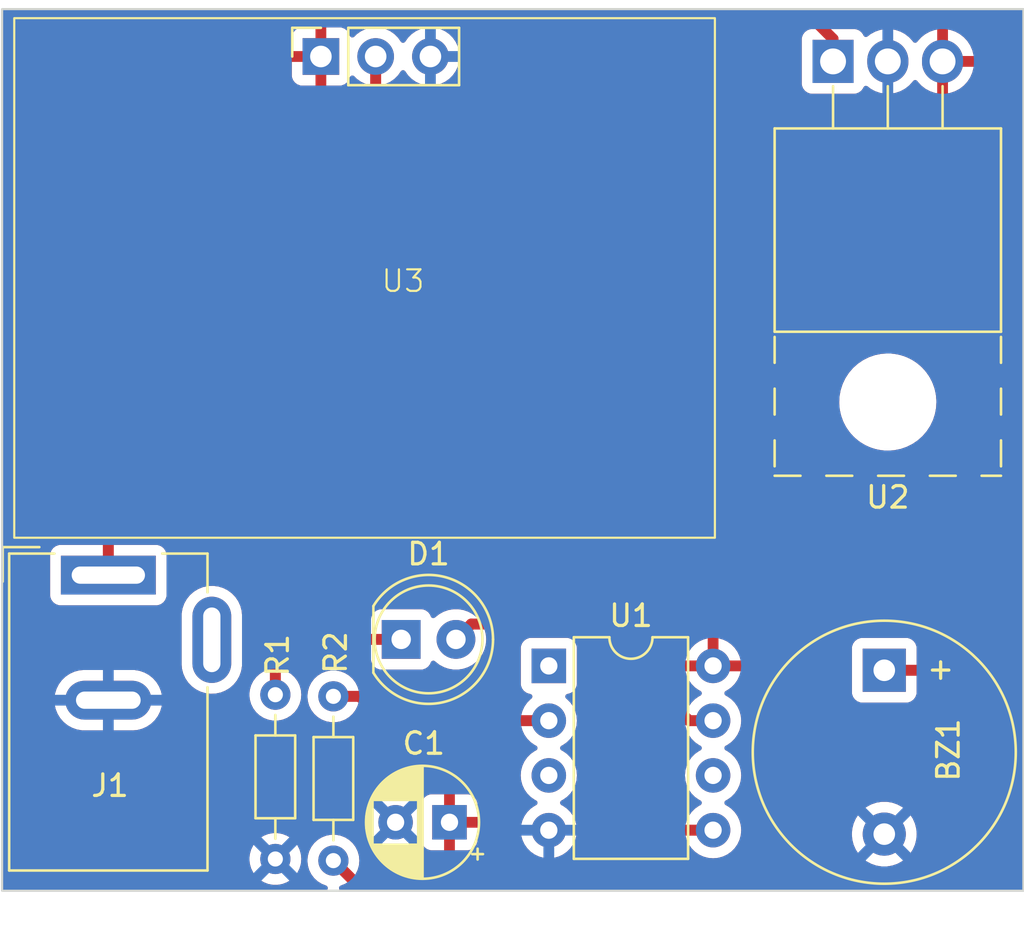
<source format=kicad_pcb>
(kicad_pcb (version 20221018) (generator pcbnew)
  (layers (0 "F.Cu" signal) (31 "B.Cu" signal) (34 "B.Paste" user) (35 "F.Paste" user) (36 "B.SilkS" user "B.Silkscreen") (37 "F.SilkS" user "F.Silkscreen") (38 "B.Mask" user) (39 "F.Mask" user) (44 "Edge.Cuts" user))
  (net 0 "")
  (net 1 "Net-(BZ1--)")
  (net 2 "GND")
  (net 3 "+5V")
  (net 4 "Net-(D1-K)")
  (net 5 "Net-(D1-A)")
  (net 6 "Net-(U2-IN)")
  (net 7 "Net-(U1-PB3)")
  (net 8 "PIR")
  (footprint "Capacitor_THT:CP_Radial_D5.0mm_P2.50mm" (layer "F.Cu") (at 122.5804 103.4542 180)
    (fp_text reference "C1" (at 1.1938 3.6576) (layer "F.SilkS"))
    (fp_text value "C_Polarized")
    (fp_line (start -1.554775 -1.475) (end -1.054775 -1.475) (stroke (width 0.12)) (layer "F.SilkS"))
    (fp_line (start -1.304775 -1.725) (end -1.304775 -1.225) (stroke (width 0.12)) (layer "F.SilkS"))
    (fp_line (start 1.25 -2.58) (end 1.25 2.58) (stroke (width 0.12)) (layer "F.SilkS"))
    (fp_line (start 1.29 -2.58) (end 1.29 2.58) (stroke (width 0.12)) (layer "F.SilkS"))
    (fp_line (start 1.33 -2.579) (end 1.33 2.579) (stroke (width 0.12)) (layer "F.SilkS"))
    (fp_line (start 1.37 -2.578) (end 1.37 2.578) (stroke (width 0.12)) (layer "F.SilkS"))
    (fp_line (start 1.41 -2.576) (end 1.41 2.576) (stroke (width 0.12)) (layer "F.SilkS"))
    (fp_line (start 1.45 -2.573) (end 1.45 2.573) (stroke (width 0.12)) (layer "F.SilkS"))
    (fp_line (start 1.49 -2.569) (end 1.49 -1.04) (stroke (width 0.12)) (layer "F.SilkS"))
    (fp_line (start 1.49 1.04) (end 1.49 2.569) (stroke (width 0.12)) (layer "F.SilkS"))
    (fp_line (start 1.53 -2.565) (end 1.53 -1.04) (stroke (width 0.12)) (layer "F.SilkS"))
    (fp_line (start 1.53 1.04) (end 1.53 2.565) (stroke (width 0.12)) (layer "F.SilkS"))
    (fp_line (start 1.57 -2.561) (end 1.57 -1.04) (stroke (width 0.12)) (layer "F.SilkS"))
    (fp_line (start 1.57 1.04) (end 1.57 2.561) (stroke (width 0.12)) (layer "F.SilkS"))
    (fp_line (start 1.61 -2.556) (end 1.61 -1.04) (stroke (width 0.12)) (layer "F.SilkS"))
    (fp_line (start 1.61 1.04) (end 1.61 2.556) (stroke (width 0.12)) (layer "F.SilkS"))
    (fp_line (start 1.65 -2.55) (end 1.65 -1.04) (stroke (width 0.12)) (layer "F.SilkS"))
    (fp_line (start 1.65 1.04) (end 1.65 2.55) (stroke (width 0.12)) (layer "F.SilkS"))
    (fp_line (start 1.69 -2.543) (end 1.69 -1.04) (stroke (width 0.12)) (layer "F.SilkS"))
    (fp_line (start 1.69 1.04) (end 1.69 2.543) (stroke (width 0.12)) (layer "F.SilkS"))
    (fp_line (start 1.73 -2.536) (end 1.73 -1.04) (stroke (width 0.12)) (layer "F.SilkS"))
    (fp_line (start 1.73 1.04) (end 1.73 2.536) (stroke (width 0.12)) (layer "F.SilkS"))
    (fp_line (start 1.77 -2.528) (end 1.77 -1.04) (stroke (width 0.12)) (layer "F.SilkS"))
    (fp_line (start 1.77 1.04) (end 1.77 2.528) (stroke (width 0.12)) (layer "F.SilkS"))
    (fp_line (start 1.81 -2.52) (end 1.81 -1.04) (stroke (width 0.12)) (layer "F.SilkS"))
    (fp_line (start 1.81 1.04) (end 1.81 2.52) (stroke (width 0.12)) (layer "F.SilkS"))
    (fp_line (start 1.85 -2.511) (end 1.85 -1.04) (stroke (width 0.12)) (layer "F.SilkS"))
    (fp_line (start 1.85 1.04) (end 1.85 2.511) (stroke (width 0.12)) (layer "F.SilkS"))
    (fp_line (start 1.89 -2.501) (end 1.89 -1.04) (stroke (width 0.12)) (layer "F.SilkS"))
    (fp_line (start 1.89 1.04) (end 1.89 2.501) (stroke (width 0.12)) (layer "F.SilkS"))
    (fp_line (start 1.93 -2.491) (end 1.93 -1.04) (stroke (width 0.12)) (layer "F.SilkS"))
    (fp_line (start 1.93 1.04) (end 1.93 2.491) (stroke (width 0.12)) (layer "F.SilkS"))
    (fp_line (start 1.971 -2.48) (end 1.971 -1.04) (stroke (width 0.12)) (layer "F.SilkS"))
    (fp_line (start 1.971 1.04) (end 1.971 2.48) (stroke (width 0.12)) (layer "F.SilkS"))
    (fp_line (start 2.011 -2.468) (end 2.011 -1.04) (stroke (width 0.12)) (layer "F.SilkS"))
    (fp_line (start 2.011 1.04) (end 2.011 2.468) (stroke (width 0.12)) (layer "F.SilkS"))
    (fp_line (start 2.051 -2.455) (end 2.051 -1.04) (stroke (width 0.12)) (layer "F.SilkS"))
    (fp_line (start 2.051 1.04) (end 2.051 2.455) (stroke (width 0.12)) (layer "F.SilkS"))
    (fp_line (start 2.091 -2.442) (end 2.091 -1.04) (stroke (width 0.12)) (layer "F.SilkS"))
    (fp_line (start 2.091 1.04) (end 2.091 2.442) (stroke (width 0.12)) (layer "F.SilkS"))
    (fp_line (start 2.131 -2.428) (end 2.131 -1.04) (stroke (width 0.12)) (layer "F.SilkS"))
    (fp_line (start 2.131 1.04) (end 2.131 2.428) (stroke (width 0.12)) (layer "F.SilkS"))
    (fp_line (start 2.171 -2.414) (end 2.171 -1.04) (stroke (width 0.12)) (layer "F.SilkS"))
    (fp_line (start 2.171 1.04) (end 2.171 2.414) (stroke (width 0.12)) (layer "F.SilkS"))
    (fp_line (start 2.211 -2.398) (end 2.211 -1.04) (stroke (width 0.12)) (layer "F.SilkS"))
    (fp_line (start 2.211 1.04) (end 2.211 2.398) (stroke (width 0.12)) (layer "F.SilkS"))
    (fp_line (start 2.251 -2.382) (end 2.251 -1.04) (stroke (width 0.12)) (layer "F.SilkS"))
    (fp_line (start 2.251 1.04) (end 2.251 2.382) (stroke (width 0.12)) (layer "F.SilkS"))
    (fp_line (start 2.291 -2.365) (end 2.291 -1.04) (stroke (width 0.12)) (layer "F.SilkS"))
    (fp_line (start 2.291 1.04) (end 2.291 2.365) (stroke (width 0.12)) (layer "F.SilkS"))
    (fp_line (start 2.331 -2.348) (end 2.331 -1.04) (stroke (width 0.12)) (layer "F.SilkS"))
    (fp_line (start 2.331 1.04) (end 2.331 2.348) (stroke (width 0.12)) (layer "F.SilkS"))
    (fp_line (start 2.371 -2.329) (end 2.371 -1.04) (stroke (width 0.12)) (layer "F.SilkS"))
    (fp_line (start 2.371 1.04) (end 2.371 2.329) (stroke (width 0.12)) (layer "F.SilkS"))
    (fp_line (start 2.411 -2.31) (end 2.411 -1.04) (stroke (width 0.12)) (layer "F.SilkS"))
    (fp_line (start 2.411 1.04) (end 2.411 2.31) (stroke (width 0.12)) (layer "F.SilkS"))
    (fp_line (start 2.451 -2.29) (end 2.451 -1.04) (stroke (width 0.12)) (layer "F.SilkS"))
    (fp_line (start 2.451 1.04) (end 2.451 2.29) (stroke (width 0.12)) (layer "F.SilkS"))
    (fp_line (start 2.491 -2.268) (end 2.491 -1.04) (stroke (width 0.12)) (layer "F.SilkS"))
    (fp_line (start 2.491 1.04) (end 2.491 2.268) (stroke (width 0.12)) (layer "F.SilkS"))
    (fp_line (start 2.531 -2.247) (end 2.531 -1.04) (stroke (width 0.12)) (layer "F.SilkS"))
    (fp_line (start 2.531 1.04) (end 2.531 2.247) (stroke (width 0.12)) (layer "F.SilkS"))
    (fp_line (start 2.571 -2.224) (end 2.571 -1.04) (stroke (width 0.12)) (layer "F.SilkS"))
    (fp_line (start 2.571 1.04) (end 2.571 2.224) (stroke (width 0.12)) (layer "F.SilkS"))
    (fp_line (start 2.611 -2.2) (end 2.611 -1.04) (stroke (width 0.12)) (layer "F.SilkS"))
    (fp_line (start 2.611 1.04) (end 2.611 2.2) (stroke (width 0.12)) (layer "F.SilkS"))
    (fp_line (start 2.651 -2.175) (end 2.651 -1.04) (stroke (width 0.12)) (layer "F.SilkS"))
    (fp_line (start 2.651 1.04) (end 2.651 2.175) (stroke (width 0.12)) (layer "F.SilkS"))
    (fp_line (start 2.691 -2.149) (end 2.691 -1.04) (stroke (width 0.12)) (layer "F.SilkS"))
    (fp_line (start 2.691 1.04) (end 2.691 2.149) (stroke (width 0.12)) (layer "F.SilkS"))
    (fp_line (start 2.731 -2.122) (end 2.731 -1.04) (stroke (width 0.12)) (layer "F.SilkS"))
    (fp_line (start 2.731 1.04) (end 2.731 2.122) (stroke (width 0.12)) (layer "F.SilkS"))
    (fp_line (start 2.771 -2.095) (end 2.771 -1.04) (stroke (width 0.12)) (layer "F.SilkS"))
    (fp_line (start 2.771 1.04) (end 2.771 2.095) (stroke (width 0.12)) (layer "F.SilkS"))
    (fp_line (start 2.811 -2.065) (end 2.811 -1.04) (stroke (width 0.12)) (layer "F.SilkS"))
    (fp_line (start 2.811 1.04) (end 2.811 2.065) (stroke (width 0.12)) (layer "F.SilkS"))
    (fp_line (start 2.851 -2.035) (end 2.851 -1.04) (stroke (width 0.12)) (layer "F.SilkS"))
    (fp_line (start 2.851 1.04) (end 2.851 2.035) (stroke (width 0.12)) (layer "F.SilkS"))
    (fp_line (start 2.891 -2.004) (end 2.891 -1.04) (stroke (width 0.12)) (layer "F.SilkS"))
    (fp_line (start 2.891 1.04) (end 2.891 2.004) (stroke (width 0.12)) (layer "F.SilkS"))
    (fp_line (start 2.931 -1.971) (end 2.931 -1.04) (stroke (width 0.12)) (layer "F.SilkS"))
    (fp_line (start 2.931 1.04) (end 2.931 1.971) (stroke (width 0.12)) (layer "F.SilkS"))
    (fp_line (start 2.971 -1.937) (end 2.971 -1.04) (stroke (width 0.12)) (layer "F.SilkS"))
    (fp_line (start 2.971 1.04) (end 2.971 1.937) (stroke (width 0.12)) (layer "F.SilkS"))
    (fp_line (start 3.011 -1.901) (end 3.011 -1.04) (stroke (width 0.12)) (layer "F.SilkS"))
    (fp_line (start 3.011 1.04) (end 3.011 1.901) (stroke (width 0.12)) (layer "F.SilkS"))
    (fp_line (start 3.051 -1.864) (end 3.051 -1.04) (stroke (width 0.12)) (layer "F.SilkS"))
    (fp_line (start 3.051 1.04) (end 3.051 1.864) (stroke (width 0.12)) (layer "F.SilkS"))
    (fp_line (start 3.091 -1.826) (end 3.091 -1.04) (stroke (width 0.12)) (layer "F.SilkS"))
    (fp_line (start 3.091 1.04) (end 3.091 1.826) (stroke (width 0.12)) (layer "F.SilkS"))
    (fp_line (start 3.131 -1.785) (end 3.131 -1.04) (stroke (width 0.12)) (layer "F.SilkS"))
    (fp_line (start 3.131 1.04) (end 3.131 1.785) (stroke (width 0.12)) (layer "F.SilkS"))
    (fp_line (start 3.171 -1.743) (end 3.171 -1.04) (stroke (width 0.12)) (layer "F.SilkS"))
    (fp_line (start 3.171 1.04) (end 3.171 1.743) (stroke (width 0.12)) (layer "F.SilkS"))
    (fp_line (start 3.211 -1.699) (end 3.211 -1.04) (stroke (width 0.12)) (layer "F.SilkS"))
    (fp_line (start 3.211 1.04) (end 3.211 1.699) (stroke (width 0.12)) (layer "F.SilkS"))
    (fp_line (start 3.251 -1.653) (end 3.251 -1.04) (stroke (width 0.12)) (layer "F.SilkS"))
    (fp_line (start 3.251 1.04) (end 3.251 1.653) (stroke (width 0.12)) (layer "F.SilkS"))
    (fp_line (start 3.291 -1.605) (end 3.291 -1.04) (stroke (width 0.12)) (layer "F.SilkS"))
    (fp_line (start 3.291 1.04) (end 3.291 1.605) (stroke (width 0.12)) (layer "F.SilkS"))
    (fp_line (start 3.331 -1.554) (end 3.331 -1.04) (stroke (width 0.12)) (layer "F.SilkS"))
    (fp_line (start 3.331 1.04) (end 3.331 1.554) (stroke (width 0.12)) (layer "F.SilkS"))
    (fp_line (start 3.371 -1.5) (end 3.371 -1.04) (stroke (width 0.12)) (layer "F.SilkS"))
    (fp_line (start 3.371 1.04) (end 3.371 1.5) (stroke (width 0.12)) (layer "F.SilkS"))
    (fp_line (start 3.411 -1.443) (end 3.411 -1.04) (stroke (width 0.12)) (layer "F.SilkS"))
    (fp_line (start 3.411 1.04) (end 3.411 1.443) (stroke (width 0.12)) (layer "F.SilkS"))
    (fp_line (start 3.451 -1.383) (end 3.451 -1.04) (stroke (width 0.12)) (layer "F.SilkS"))
    (fp_line (start 3.451 1.04) (end 3.451 1.383) (stroke (width 0.12)) (layer "F.SilkS"))
    (fp_line (start 3.491 -1.319) (end 3.491 -1.04) (stroke (width 0.12)) (layer "F.SilkS"))
    (fp_line (start 3.491 1.04) (end 3.491 1.319) (stroke (width 0.12)) (layer "F.SilkS"))
    (fp_line (start 3.531 -1.251) (end 3.531 -1.04) (stroke (width 0.12)) (layer "F.SilkS"))
    (fp_line (start 3.531 1.04) (end 3.531 1.251) (stroke (width 0.12)) (layer "F.SilkS"))
    (fp_line (start 3.571 -1.178) (end 3.571 1.178) (stroke (width 0.12)) (layer "F.SilkS"))
    (fp_line (start 3.611 -1.098) (end 3.611 1.098) (stroke (width 0.12)) (layer "F.SilkS"))
    (fp_line (start 3.651 -1.011) (end 3.651 1.011) (stroke (width 0.12)) (layer "F.SilkS"))
    (fp_line (start 3.691 -0.915) (end 3.691 0.915) (stroke (width 0.12)) (layer "F.SilkS"))
    (fp_line (start 3.731 -0.805) (end 3.731 0.805) (stroke (width 0.12)) (layer "F.SilkS"))
    (fp_line (start 3.771 -0.677) (end 3.771 0.677) (stroke (width 0.12)) (layer "F.SilkS"))
    (fp_line (start 3.811 -0.518) (end 3.811 0.518) (stroke (width 0.12)) (layer "F.SilkS"))
    (fp_line (start 3.851 -0.284) (end 3.851 0.284) (stroke (width 0.12)) (layer "F.SilkS"))
    (fp_circle (center 1.25 0) (end 3.87 0) (stroke (width 0.12)) (fill none) (layer "F.SilkS"))
    (pad "1" thru_hole rect (at 0 0 180) (size 1.6 1.6) (drill 0.8) (layers "*.Cu" "*.Mask") (net 3 "+5V"))
    (pad "2" thru_hole circle (at 2.5 0 180) (size 1.6 1.6) (drill 0.8) (layers "*.Cu" "*.Mask") (net 2 "GND"))
  )
  (footprint "Package_TO_SOT_THT:TO-220F-3_Horizontal_TabUp" (layer "F.Cu") (at 140.372225 68.1604)
    (fp_text reference "U2" (at 2.54 20.22) (layer "F.SilkS"))
    (fp_text value "L7805")
    (fp_line (start -2.71 3.11) (end -2.71 12.54) (stroke (width 0.12)) (layer "F.SilkS"))
    (fp_line (start -2.71 3.11) (end 7.79 3.11) (stroke (width 0.12)) (layer "F.SilkS"))
    (fp_line (start -2.71 12.54) (end 7.79 12.54) (stroke (width 0.12)) (layer "F.SilkS"))
    (fp_line (start -2.71 12.78) (end -2.71 13.98) (stroke (width 0.12)) (layer "F.SilkS"))
    (fp_line (start -2.71 15.18) (end -2.71 16.38) (stroke (width 0.12)) (layer "F.SilkS"))
    (fp_line (start -2.71 17.58) (end -2.71 18.78) (stroke (width 0.12)) (layer "F.SilkS"))
    (fp_line (start -2.71 19.22) (end -1.51 19.22) (stroke (width 0.12)) (layer "F.SilkS"))
    (fp_line (start -0.311 19.22) (end 0.89 19.22) (stroke (width 0.12)) (layer "F.SilkS"))
    (fp_line (start 0 1.15) (end 0 3.11) (stroke (width 0.12)) (layer "F.SilkS"))
    (fp_line (start 2.09 19.22) (end 3.29 19.22) (stroke (width 0.12)) (layer "F.SilkS"))
    (fp_line (start 2.54 1.15) (end 2.54 3.11) (stroke (width 0.12)) (layer "F.SilkS"))
    (fp_line (start 4.49 19.22) (end 5.69 19.22) (stroke (width 0.12)) (layer "F.SilkS"))
    (fp_line (start 5.08 1.15) (end 5.08 3.11) (stroke (width 0.12)) (layer "F.SilkS"))
    (fp_line (start 6.89 19.22) (end 7.79 19.22) (stroke (width 0.12)) (layer "F.SilkS"))
    (fp_line (start 7.79 3.11) (end 7.79 12.54) (stroke (width 0.12)) (layer "F.SilkS"))
    (fp_line (start 7.79 12.78) (end 7.79 13.98) (stroke (width 0.12)) (layer "F.SilkS"))
    (fp_line (start 7.79 15.18) (end 7.79 16.38) (stroke (width 0.12)) (layer "F.SilkS"))
    (fp_line (start 7.79 17.58) (end 7.79 18.78) (stroke (width 0.12)) (layer "F.SilkS"))
    (pad "" np_thru_hole oval (at 2.54 15.8) (size 3.5 3.5) (drill 3.5) (layers "*.Cu" "*.Mask"))
    (pad "1" thru_hole rect (at 0 0) (size 1.905 2) (drill 1.2) (layers "*.Cu" "*.Mask") (net 6 "Net-(U2-IN)"))
    (pad "2" thru_hole oval (at 2.54 0) (size 1.905 2) (drill 1.2) (layers "*.Cu" "*.Mask") (net 2 "GND"))
    (pad "3" thru_hole oval (at 5.08 0) (size 1.905 2) (drill 1.2) (layers "*.Cu" "*.Mask") (net 3 "+5V"))
  )
  (footprint "Package_DIP:DIP-8_W7.62mm" (layer "F.Cu") (at 127.1878 96.1998)
    (fp_text reference "U1" (at 3.81 -2.33) (layer "F.SilkS"))
    (fp_text value "ATTINY85-20SU")
    (fp_line (start 1.16 -1.33) (end 1.16 8.95) (stroke (width 0.12)) (layer "F.SilkS"))
    (fp_line (start 1.16 8.95) (end 6.46 8.95) (stroke (width 0.12)) (layer "F.SilkS"))
    (fp_line (start 2.81 -1.33) (end 1.16 -1.33) (stroke (width 0.12)) (layer "F.SilkS"))
    (fp_line (start 6.46 -1.33) (end 4.81 -1.33) (stroke (width 0.12)) (layer "F.SilkS"))
    (fp_line (start 6.46 8.95) (end 6.46 -1.33) (stroke (width 0.12)) (layer "F.SilkS"))
    (fp_arc (start 4.81 -1.33) (mid 3.81 -0.33) (end 2.81 -1.33) (stroke (width 0.12)) (layer "F.SilkS"))
    (pad "1" thru_hole rect (at 0 0) (size 1.6 1.6) (drill 0.8) (layers "*.Cu" "*.Mask"))
    (pad "2" thru_hole oval (at 0 2.54) (size 1.6 1.6) (drill 0.8) (layers "*.Cu" "*.Mask") (net 7 "Net-(U1-PB3)"))
    (pad "3" thru_hole oval (at 0 5.08) (size 1.6 1.6) (drill 0.8) (layers "*.Cu" "*.Mask"))
    (pad "4" thru_hole oval (at 0 7.62) (size 1.6 1.6) (drill 0.8) (layers "*.Cu" "*.Mask") (net 2 "GND"))
    (pad "5" thru_hole oval (at 7.62 7.62) (size 1.6 1.6) (drill 0.8) (layers "*.Cu" "*.Mask") (net 5 "Net-(D1-A)"))
    (pad "6" thru_hole oval (at 7.62 5.08) (size 1.6 1.6) (drill 0.8) (layers "*.Cu" "*.Mask"))
    (pad "7" thru_hole oval (at 7.62 2.54) (size 1.6 1.6) (drill 0.8) (layers "*.Cu" "*.Mask") (net 8 "PIR"))
    (pad "8" thru_hole oval (at 7.62 0) (size 1.6 1.6) (drill 0.8) (layers "*.Cu" "*.Mask") (net 3 "+5V"))
  )
  (footprint "LED_THT:LED_D5.0mm" (layer "F.Cu") (at 120.3402 94.9706)
    (fp_text reference "D1" (at 1.27 -3.96) (layer "F.SilkS"))
    (fp_text value "LED")
    (fp_line (start -1.29 -1.545) (end -1.29 1.545) (stroke (width 0.12)) (layer "F.SilkS"))
    (fp_arc (start -1.29 -1.54483) (mid 2.072002 -2.880433) (end 4.26 0.000462) (stroke (width 0.12)) (layer "F.SilkS"))
    (fp_arc (start 4.26 -0.000462) (mid 2.072002 2.880433) (end -1.29 1.54483) (stroke (width 0.12)) (layer "F.SilkS"))
    (fp_circle (center 1.27 0) (end 3.77 0) (stroke (width 0.12)) (fill none) (layer "F.SilkS"))
    (pad "1" thru_hole rect (at 0 0) (size 1.8 1.8) (drill 0.9) (layers "*.Cu" "*.Mask") (net 4 "Net-(D1-K)"))
    (pad "2" thru_hole circle (at 2.54 0) (size 1.8 1.8) (drill 0.9) (layers "*.Cu" "*.Mask") (net 5 "Net-(D1-A)"))
  )
  (footprint "C-Footprint:PIR_HC-SR501 MODULE" (layer "F.Cu") (at 102.3918 66.155)
    (fp_text reference "U3" (at 18.034 12.192 unlocked) (layer "F.SilkS") (effects (font (thickness 0.1))))
    (fp_text value "~")
    (fp_line (start 12.894 0.448) (end 14.224 0.448) (stroke (width 0.12)) (layer "F.SilkS"))
    (fp_line (start 12.894 1.778) (end 12.894 0.448) (stroke (width 0.12)) (layer "F.SilkS"))
    (fp_line (start 15.494 0.448) (end 20.634 0.448) (stroke (width 0.12)) (layer "F.SilkS"))
    (fp_line (start 15.494 3.108) (end 15.494 0.448) (stroke (width 0.12)) (layer "F.SilkS"))
    (fp_line (start 15.494 3.108) (end 20.634 3.108) (stroke (width 0.12)) (layer "F.SilkS"))
    (fp_line (start 20.634 3.108) (end 20.634 0.448) (stroke (width 0.12)) (layer "F.SilkS"))
    (fp_rect (start 0 0) (end 32.5 24.1) (stroke (width 0.1)) (fill none) (layer "F.SilkS"))
    (pad "1" thru_hole rect (at 14.224 1.778 90) (size 1.7 1.7) (drill 1) (layers "*.Cu" "*.Mask") (net 3 "+5V"))
    (pad "2" thru_hole oval (at 16.764 1.778 90) (size 1.7 1.7) (drill 1) (layers "*.Cu" "*.Mask") (net 8 "PIR"))
    (pad "3" thru_hole oval (at 19.304 1.778 90) (size 1.7 1.7) (drill 1) (layers "*.Cu" "*.Mask") (net 2 "GND"))
  )
  (footprint "Buzzer_Beeper:Buzzer_12x9.5RM7.6" (layer "F.Cu") (at 142.748 96.403 -90)
    (fp_text reference "BZ1" (at 3.6984 -2.9718 90) (layer "F.SilkS"))
    (fp_text value "Buzzer")
    (fp_text user "+" (at -0.01 -2.54 90) (layer "F.SilkS"))
    (fp_circle (center 3.8 0) (end 9.9 0) (stroke (width 0.12)) (fill none) (layer "F.SilkS"))
    (pad "1" thru_hole rect (at 0 0 270) (size 2 2) (drill 1) (layers "*.Cu" "*.Mask") (net 1 "Net-(BZ1--)"))
    (pad "2" thru_hole circle (at 7.6 0 270) (size 2 2) (drill 1) (layers "*.Cu" "*.Mask") (net 2 "GND"))
  )
  (footprint "Resistor_THT:R_Axial_DIN0204_L3.6mm_D1.6mm_P7.62mm_Horizontal" (layer "F.Cu") (at 114.5032 105.156 90)
    (fp_text reference "R1" (at 9.4488 0.1016 90) (layer "F.SilkS"))
    (fp_text value "420R")
    (fp_line (start 0.94 0) (end 1.89 0) (stroke (width 0.12)) (layer "F.SilkS"))
    (fp_line (start 1.89 -0.92) (end 1.89 0.92) (stroke (width 0.12)) (layer "F.SilkS"))
    (fp_line (start 1.89 0.92) (end 5.73 0.92) (stroke (width 0.12)) (layer "F.SilkS"))
    (fp_line (start 5.73 -0.92) (end 1.89 -0.92) (stroke (width 0.12)) (layer "F.SilkS"))
    (fp_line (start 5.73 0.92) (end 5.73 -0.92) (stroke (width 0.12)) (layer "F.SilkS"))
    (fp_line (start 6.68 0) (end 5.73 0) (stroke (width 0.12)) (layer "F.SilkS"))
    (pad "1" thru_hole circle (at 0 0 90) (size 1.4 1.4) (drill 0.7) (layers "*.Cu" "*.Mask") (net 2 "GND"))
    (pad "2" thru_hole oval (at 7.62 0 90) (size 1.4 1.4) (drill 0.7) (layers "*.Cu" "*.Mask") (net 4 "Net-(D1-K)"))
  )
  (footprint "Resistor_THT:R_Axial_DIN0204_L3.6mm_D1.6mm_P7.62mm_Horizontal" (layer "F.Cu") (at 117.1956 97.6122 -90)
    (fp_text reference "R2" (at -2.032 -0.1016 90) (layer "F.SilkS"))
    (fp_text value "220R")
    (fp_line (start 0.94 0) (end 1.89 0) (stroke (width 0.12)) (layer "F.SilkS"))
    (fp_line (start 1.89 -0.92) (end 1.89 0.92) (stroke (width 0.12)) (layer "F.SilkS"))
    (fp_line (start 1.89 0.92) (end 5.73 0.92) (stroke (width 0.12)) (layer "F.SilkS"))
    (fp_line (start 5.73 -0.92) (end 1.89 -0.92) (stroke (width 0.12)) (layer "F.SilkS"))
    (fp_line (start 5.73 0.92) (end 5.73 -0.92) (stroke (width 0.12)) (layer "F.SilkS"))
    (fp_line (start 6.68 0) (end 5.73 0) (stroke (width 0.12)) (layer "F.SilkS"))
    (pad "1" thru_hole circle (at 0 0 270) (size 1.4 1.4) (drill 0.7) (layers "*.Cu" "*.Mask") (net 7 "Net-(U1-PB3)"))
    (pad "2" thru_hole oval (at 7.62 0 270) (size 1.4 1.4) (drill 0.7) (layers "*.Cu" "*.Mask") (net 1 "Net-(BZ1--)"))
  )
  (footprint "Connector_BarrelJack:BarrelJack_Wuerth_6941xx301002" (layer "F.Cu") (at 106.7562 91.99)
    (fp_text reference "J1" (at 0.0762 9.7624) (layer "F.SilkS"))
    (fp_text value "Barrel_Jack")
    (fp_line (start -4.9 -1.3) (end -4.9 0.3) (stroke (width 0.12)) (layer "F.SilkS"))
    (fp_line (start -4.6 -1) (end -2.5 -1) (stroke (width 0.12)) (layer "F.SilkS"))
    (fp_line (start -4.6 13.7) (end -4.6 -1) (stroke (width 0.12)) (layer "F.SilkS"))
    (fp_line (start -3.2 -1.3) (end -4.9 -1.3) (stroke (width 0.12)) (layer "F.SilkS"))
    (fp_line (start 2.5 -1) (end 4.6 -1) (stroke (width 0.12)) (layer "F.SilkS"))
    (fp_line (start 4.6 -1) (end 4.6 0.8) (stroke (width 0.12)) (layer "F.SilkS"))
    (fp_line (start 4.6 5.2) (end 4.6 13.7) (stroke (width 0.12)) (layer "F.SilkS"))
    (fp_line (start 4.6 13.7) (end -4.6 13.7) (stroke (width 0.12)) (layer "F.SilkS"))
    (pad "1" thru_hole rect (at 0 0) (size 4.4 1.8) (drill oval 3.4 0.8) (layers "*.Cu" "*.Mask") (net 6 "Net-(U2-IN)"))
    (pad "2" thru_hole oval (at 0 5.8) (size 4 1.8) (drill oval 3 0.8) (layers "*.Cu" "*.Mask") (net 2 "GND"))
    (pad "3" thru_hole oval (at 4.8 3 90) (size 4 1.8) (drill oval 3 0.8) (layers "*.Cu" "*.Mask"))
  )
  (gr_rect (start 101.8286 65.7352) (end 149.1996 106.6292) (stroke (width 0.1)) (fill none) (layer "Edge.Cuts"))
  (segment (start 144.0942 106.2228) (end 147.574 102.743) (width 0.508) (layer "F.Cu") (net 1))
  (segment (start 147.574 97.5106) (end 146.4664 96.403) (width 0.508) (layer "F.Cu") (net 1))
  (segment (start 117.1956 105.2322) (end 118.1862 106.2228) (width 0.508) (layer "F.Cu") (net 1))
  (segment (start 147.574 102.743) (end 147.574 97.5106) (width 0.508) (layer "F.Cu") (net 1))
  (segment (start 118.1862 106.2228) (end 144.0942 106.2228) (width 0.508) (layer "F.Cu") (net 1))
  (segment (start 146.4664 96.403) (end 142.748 96.403) (width 0.508) (layer "F.Cu") (net 1))
  (segment (start 114.5032 97.536) (end 114.5032 95.6056) (width 0.508) (layer "F.Cu") (net 4))
  (segment (start 114.4778 95.5802) (end 115.0874 94.9706) (width 0.508) (layer "F.Cu") (net 4))
  (segment (start 115.0874 94.9706) (end 120.3402 94.9706) (width 0.508) (layer "F.Cu") (net 4))
  (segment (start 114.5032 95.6056) (end 114.4778 95.5802) (width 0.508) (layer "F.Cu") (net 4))
  (segment (start 129.4638 94.6404) (end 129.0828 94.2594) (width 0.508) (layer "F.Cu") (net 5))
  (segment (start 130.0326 103.8198) (end 129.4638 103.251) (width 0.508) (layer "F.Cu") (net 5))
  (segment (start 134.8078 103.8198) (end 130.0326 103.8198) (width 0.508) (layer "F.Cu") (net 5))
  (segment (start 123.5914 94.2594) (end 122.8802 94.9706) (width 0.508) (layer "F.Cu") (net 5))
  (segment (start 129.4638 103.251) (end 129.4638 94.6404) (width 0.508) (layer "F.Cu") (net 5))
  (segment (start 129.0828 94.2594) (end 123.5914 94.2594) (width 0.508) (layer "F.Cu") (net 5))
  (segment (start 109.982 66.1162) (end 139.3698 66.1162) (width 0.508) (layer "F.Cu") (net 6))
  (segment (start 106.7562 69.342) (end 109.982 66.1162) (width 0.508) (layer "F.Cu") (net 6))
  (segment (start 140.372225 67.118625) (end 140.372225 68.1604) (width 0.508) (layer "F.Cu") (net 6))
  (segment (start 139.3698 66.1162) (end 140.372225 67.118625) (width 0.508) (layer "F.Cu") (net 6))
  (segment (start 106.7562 91.99) (end 106.7562 69.342) (width 0.508) (layer "F.Cu") (net 6))
  (segment (start 117.1956 97.6122) (end 118.4148 97.6122) (width 0.508) (layer "F.Cu") (net 7))
  (segment (start 118.4148 97.6122) (end 119.5424 98.7398) (width 0.508) (layer "F.Cu") (net 7))
  (segment (start 119.5424 98.7398) (end 127.1878 98.7398) (width 0.508) (layer "F.Cu") (net 7))
  (segment (start 132.3594 92.6846) (end 119.1558 79.481) (width 0.508) (layer "F.Cu") (net 8))
  (segment (start 119.1558 79.481) (end 119.1558 67.933) (width 0.508) (layer "F.Cu") (net 8))
  (segment (start 133.6902 98.7398) (end 132.3594 97.409) (width 0.508) (layer "F.Cu") (net 8))
  (segment (start 132.3594 97.409) (end 132.3594 92.6846) (width 0.508) (layer "F.Cu") (net 8))
  (segment (start 134.8078 98.7398) (end 133.6902 98.7398) (width 0.508) (layer "F.Cu") (net 8))
  (zone (net 3) (net_name "+5V") (layer "F.Cu") (priority 1) (connect_pads (clearance 0.5)) (min_thickness 0.25) (fill yes (thermal_gap 0.5) (thermal_bridge_width 0.5))
    (polygon (pts (xy 102.3918 66.155) (xy 149.1742 65.7352) (xy 149.1996 106.6292) (xy 101.854 106.6292)))
  )
  (zone (net 2) (net_name "GND") (layer "B.Cu") (connect_pads (clearance 0.5)) (min_thickness 0.25) (fill yes (thermal_gap 0.5) (thermal_bridge_width 0.5))
    (polygon (pts (xy 101.854 65.7352) (xy 149.1996 65.7352) (xy 149.1996 106.6546) (xy 101.8286 106.6292)))
  )
)
</source>
